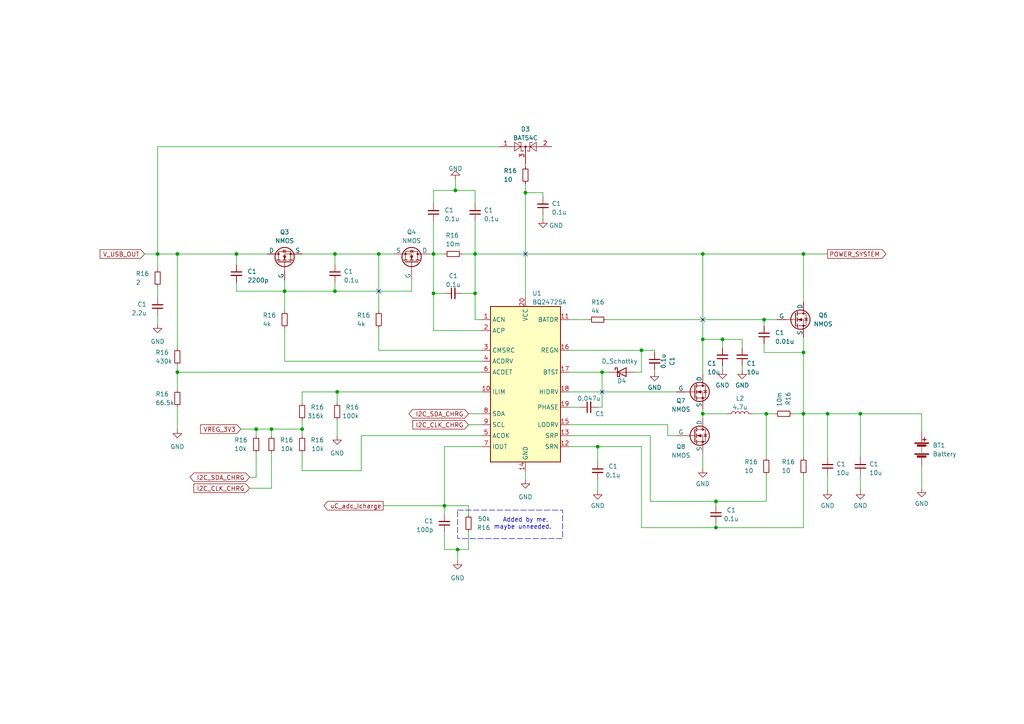
<source format=kicad_sch>
(kicad_sch (version 20230121) (generator eeschema)
  (paper "A4")
  (lib_symbols
    (symbol "Device:Battery" (pin_numbers hide) (pin_names (offset 0) hide)
      (property "Reference" "BT" (at 2.54 2.54 0))
      (property "Value" "Battery" (at 2.54 0 0))
      (symbol "Battery_0_1"
        (rectangle (start -2.032 -1.397) (end 2.032 -1.651) (fill (type outline)))
        (rectangle (start -2.032 1.778) (end 2.032 1.524) (fill (type outline)))
        (rectangle (start -1.3208 -1.9812) (end 1.27 -2.4892) (fill (type outline)))
        (rectangle (start -1.3208 1.1938) (end 1.27 0.6858) (fill (type outline)))
        (polyline (pts (xy 0 -1.524) (xy 0 -1.27)))
        (polyline (pts (xy 0 -1.016) (xy 0 -0.762)))
        (polyline (pts (xy 0 -0.508) (xy 0 -0.254)))
        (polyline (pts (xy 0 0) (xy 0 0.254)))
        (polyline (pts (xy 0 0.508) (xy 0 0.762)))
        (polyline (pts (xy 0 1.778) (xy 0 2.54)))
        (polyline (pts (xy 0.254 2.667) (xy 1.27 2.667)) (stroke (width 0.254)))
        (polyline (pts (xy 0.762 3.175) (xy 0.762 2.159)) (stroke (width 0.254)))
      )
      (symbol "Battery_1_1"
        (pin passive line (at 0 5.08 270) (length 2.54) (name "+") (number "1"))
        (pin passive line (at 0 -5.08 90) (length 2.54) (name "-") (number "2"))
      )
    )
    (symbol "Device:C_Small" (pin_numbers hide) (pin_names (offset 0.254) hide)
      (property "Reference" "C" (at 0.254 1.778 0))
      (property "Value" "C_Small" (at 0.254 -2.032 0))
      (symbol "C_Small_0_1"
        (polyline (pts (xy -1.524 -0.508) (xy 1.524 -0.508)) (stroke (width 0.3302)))
        (polyline (pts (xy -1.524 0.508) (xy 1.524 0.508)) (stroke (width 0.3048)))
      )
      (symbol "C_Small_1_1"
        (pin passive line (at 0 2.54 270) (length 2.032) (name "~") (number "1"))
        (pin passive line (at 0 -2.54 90) (length 2.032) (name "~") (number "2"))
      )
    )
    (symbol "Device:D_Schottky" (pin_numbers hide) (pin_names (offset 1.016) hide)
      (property "Reference" "D" (at 0 2.54 0))
      (property "Value" "D_Schottky" (at 0 -2.54 0))
      (symbol "D_Schottky_0_1"
        (polyline (pts (xy 1.27 0) (xy -1.27 0)))
        (polyline (pts (xy 1.27 1.27) (xy 1.27 -1.27) (xy -1.27 0) (xy 1.27 1.27)) (stroke (width 0.254)))
        (polyline (pts (xy -1.905 0.635) (xy -1.905 1.27) (xy -1.27 1.27) (xy -1.27 -1.27) (xy -0.635 -1.27) (xy -0.635 -0.635)) (stroke (width 0.254)))
      )
      (symbol "D_Schottky_1_1"
        (pin passive line (at -3.81 0 0) (length 2.54) (name "K") (number "1"))
        (pin passive line (at 3.81 0 180) (length 2.54) (name "A") (number "2"))
      )
    )
    (symbol "Device:L" (pin_numbers hide) (pin_names (offset 1.016) hide)
      (property "Reference" "L" (at -1.27 0 90))
      (property "Value" "L" (at 1.905 0 90))
      (symbol "L_0_1"
        (arc (start 0 -2.54) (mid 0.6323 -1.905) (end 0 -1.27))
        (arc (start 0 -1.27) (mid 0.6323 -0.635) (end 0 0))
        (arc (start 0 0) (mid 0.6323 0.635) (end 0 1.27))
        (arc (start 0 1.27) (mid 0.6323 1.905) (end 0 2.54))
      )
      (symbol "L_1_1"
        (pin passive line (at 0 3.81 270) (length 1.27) (name "1") (number "1"))
        (pin passive line (at 0 -3.81 90) (length 1.27) (name "2") (number "2"))
      )
    )
    (symbol "Device:R_Small" (pin_numbers hide) (pin_names (offset 0.254) hide)
      (property "Reference" "R" (at 0.762 0.508 0))
      (property "Value" "R_Small" (at 0.762 -1.016 0))
      (symbol "R_Small_0_1"
        (rectangle (start -0.762 1.778) (end 0.762 -1.778) (stroke (width 0.2032)))
      )
      (symbol "R_Small_1_1"
        (pin passive line (at 0 2.54 270) (length 0.762) (name "~") (number "1"))
        (pin passive line (at 0 -2.54 90) (length 0.762) (name "~") (number "2"))
      )
    )
    (symbol "Diode:BAT54C" (pin_names (offset 1.016))
      (property "Reference" "D" (at 0.635 -3.81 0))
      (property "Value" "BAT54C" (at -6.35 3.175 0))
      (symbol "BAT54C_0_1"
        (polyline (pts (xy -1.905 0) (xy 1.905 0)))
        (polyline (pts (xy -1.905 1.27) (xy -1.905 1.016)))
        (polyline (pts (xy -1.27 -1.27) (xy -0.635 -1.27)))
        (polyline (pts (xy -1.27 0) (xy -3.81 0)))
        (polyline (pts (xy -1.27 1.27) (xy -1.905 1.27)))
        (polyline (pts (xy -1.27 1.27) (xy -1.27 -1.27)))
        (polyline (pts (xy -0.635 -1.27) (xy -0.635 -1.016)))
        (polyline (pts (xy 0.635 -1.27) (xy 0.635 -1.016)))
        (polyline (pts (xy 1.27 -1.27) (xy 0.635 -1.27)))
        (polyline (pts (xy 1.27 1.27) (xy 1.27 -1.27)))
        (polyline (pts (xy 1.27 1.27) (xy 1.905 1.27)))
        (polyline (pts (xy 1.905 1.27) (xy 1.905 1.016)))
        (polyline (pts (xy 3.81 0) (xy 1.27 0)))
        (polyline (pts (xy -3.175 -1.27) (xy -3.175 1.27) (xy -1.27 0) (xy -3.175 -1.27)))
        (polyline (pts (xy 3.175 -1.27) (xy 3.175 1.27) (xy 1.27 0) (xy 3.175 -1.27)))
        (circle (center 0 0) (radius 0.254) (fill (type outline)))
      )
      (symbol "BAT54C_1_1"
        (pin passive line (at -7.62 0 0) (length 3.81) (name "~") (number "1"))
        (pin passive line (at 7.62 0 180) (length 3.81) (name "~") (number "2"))
        (pin passive line (at 0 -5.08 90) (length 5.08) (name "~") (number "3"))
      )
    )
    (symbol "Simulation_SPICE:NMOS" (pin_numbers hide) (pin_names (offset 0))
      (property "Reference" "Q" (at 5.08 1.27 0))
      (property "Value" "NMOS" (at 5.08 -1.27 0))
      (symbol "NMOS_0_1"
        (polyline (pts (xy 0.254 0) (xy -2.54 0)))
        (polyline (pts (xy 0.254 1.905) (xy 0.254 -1.905)) (stroke (width 0.254)))
        (polyline (pts (xy 0.762 -1.27) (xy 0.762 -2.286)) (stroke (width 0.254)))
        (polyline (pts (xy 0.762 0.508) (xy 0.762 -0.508)) (stroke (width 0.254)))
        (polyline (pts (xy 0.762 2.286) (xy 0.762 1.27)) (stroke (width 0.254)))
        (polyline (pts (xy 2.54 2.54) (xy 2.54 1.778)))
        (polyline (pts (xy 2.54 -2.54) (xy 2.54 0) (xy 0.762 0)))
        (polyline (pts (xy 0.762 -1.778) (xy 3.302 -1.778) (xy 3.302 1.778) (xy 0.762 1.778)))
        (polyline (pts (xy 1.016 0) (xy 2.032 0.381) (xy 2.032 -0.381) (xy 1.016 0)) (fill (type outline)))
        (polyline (pts (xy 2.794 0.508) (xy 2.921 0.381) (xy 3.683 0.381) (xy 3.81 0.254)))
        (polyline (pts (xy 3.302 0.381) (xy 2.921 -0.254) (xy 3.683 -0.254) (xy 3.302 0.381)))
        (circle (center 1.651 0) (radius 2.794) (stroke (width 0.254)))
        (circle (center 2.54 -1.778) (radius 0.254) (fill (type outline)))
        (circle (center 2.54 1.778) (radius 0.254) (fill (type outline)))
      )
      (symbol "NMOS_1_1"
        (pin passive line (at 2.54 5.08 270) (length 2.54) (name "D") (number "1"))
        (pin input line (at -5.08 0 0) (length 2.54) (name "G") (number "2"))
        (pin passive line (at 2.54 -5.08 90) (length 2.54) (name "S") (number "3"))
      )
    )
    (symbol "TI_battery_management:BQ24725A"
      (property "Reference" "U" (at 5.08 -3.81 0))
      (property "Value" "BQ24725A" (at 9.525 -5.715 0))
      (symbol "BQ24725A_0_1"
        (rectangle (start -10.16 -7.62) (end 10.16 -52.705) (stroke (width 0.254)) (fill (type background)))
      )
      (symbol "BQ24725A_1_1"
        (pin input line (at -12.7 -11.43 0) (length 2.54) (name "ACN") (number "1"))
        (pin input line (at -12.7 -32.385 0) (length 2.54) (name "ILIM") (number "10"))
        (pin input line (at 12.7 -11.43 180) (length 2.54) (name "BATDR") (number "11"))
        (pin input line (at 12.7 -48.26 180) (length 2.54) (name "SRN") (number "12"))
        (pin input line (at 12.7 -45.085 180) (length 2.54) (name "SRP") (number "13"))
        (pin input line (at 0 -55.245 90) (length 2.54) (name "GND") (number "14"))
        (pin input line (at 12.7 -41.91 180) (length 2.54) (name "LODRV") (number "15"))
        (pin input line (at 12.7 -20.32 180) (length 2.54) (name "REGN") (number "16"))
        (pin input line (at 12.7 -26.67 180) (length 2.54) (name "BTST") (number "17"))
        (pin input line (at 12.7 -32.385 180) (length 2.54) (name "HIDRV") (number "18"))
        (pin input line (at 12.7 -36.83 180) (length 2.54) (name "PHASE") (number "19"))
        (pin input line (at -12.7 -14.605 0) (length 2.54) (name "ACP") (number "2"))
        (pin input line (at 0 -5.08 270) (length 2.54) (name "VCC") (number "20"))
        (pin passive line (at 0 -55.245 90) (length 2.54) hide (name "GND-PAD") (number "21"))
        (pin input line (at -12.7 -20.32 0) (length 2.54) (name "CMSRC") (number "3"))
        (pin input line (at -12.7 -23.495 0) (length 2.54) (name "ACDRV") (number "4"))
        (pin input line (at -12.7 -45.085 0) (length 2.54) (name "ACOK") (number "5"))
        (pin input line (at -12.7 -26.67 0) (length 2.54) (name "ACDET") (number "6"))
        (pin input line (at -12.7 -48.26 0) (length 2.54) (name "IOUT") (number "7"))
        (pin input line (at -12.7 -38.735 0) (length 2.54) (name "SDA") (number "8"))
        (pin input line (at -12.7 -41.91 0) (length 2.54) (name "SCL") (number "9"))
      )
    )
    (symbol "power:GND" (power) (pin_names (offset 0))
      (property "Value" "GND" (at 0 -3.81 0))
      (symbol "GND_0_1"
        (polyline (pts (xy 0 0) (xy 0 -1.27) (xy 1.27 -1.27) (xy 0 -2.54) (xy -1.27 -1.27) (xy 0 -1.27)))
      )
      (symbol "GND_1_1"
        (pin power_in line (at 0 0 270) (length 0) hide (name "GND") (number "1"))
      )
    )
  )
  (junction (at 240.03 120.015))
  (junction (at 51.435 73.66))
  (junction (at 203.835 120.015))
  (junction (at 233.045 73.66))
  (junction (at 221.615 92.71))
  (junction (at 132.08 55.245))
  (junction (at 174.625 107.95))
  (junction (at 186.055 101.6))
  (junction (at 203.835 98.425))
  (junction (at 233.045 102.235))
  (junction (at 209.55 98.425))
  (junction (at 128.905 146.685))
  (junction (at 97.155 73.66))
  (junction (at 222.25 120.015))
  (junction (at 82.55 84.455))
  (junction (at 97.155 84.455))
  (junction (at 152.4 55.88))
  (junction (at 132.715 159.385))
  (junction (at 125.73 85.09))
  (junction (at 87.63 124.46))
  (junction (at 78.74 124.46))
  (junction (at 68.58 73.66))
  (junction (at 203.835 73.66))
  (junction (at 249.555 120.015))
  (junction (at 207.645 145.415))
  (junction (at 51.435 107.95))
  (junction (at 233.045 120.015))
  (junction (at 109.855 73.66))
  (junction (at 45.72 73.66))
  (junction (at 207.645 153.035))
  (junction (at 125.73 73.66))
  (junction (at 137.795 85.09))
  (junction (at 74.295 124.46))
  (junction (at 97.79 113.665))
  (junction (at 173.355 129.54))
  (junction (at 137.795 73.66))
  (no_connect (at 109.855 84.455))
  (no_connect (at 152.4 73.66))
  (no_connect (at 174.625 113.665))
  (no_connect (at 203.835 92.71))
  (wire (pts (xy 45.72 91.44) (xy 45.72 93.98)))
  (wire (pts (xy 137.795 64.135) (xy 137.795 73.66)))
  (wire (pts (xy 152.4 136.525) (xy 152.4 139.065)))
  (wire (pts (xy 224.79 120.015) (xy 222.25 120.015)))
  (wire (pts (xy 174.625 107.95) (xy 176.53 107.95)))
  (wire (pts (xy 87.63 136.525) (xy 87.63 131.445)))
  (wire (pts (xy 82.55 95.25) (xy 82.55 104.775)))
  (wire (pts (xy 233.045 153.035) (xy 233.045 137.795)))
  (wire (pts (xy 137.795 73.66) (xy 133.985 73.66)))
  (wire (pts (xy 175.895 92.71) (xy 221.615 92.71)))
  (wire (pts (xy 137.795 92.71) (xy 137.795 85.09)))
  (wire (pts (xy 97.155 73.66) (xy 109.855 73.66)))
  (wire (pts (xy 139.7 129.54) (xy 128.905 129.54)))
  (wire (pts (xy 240.03 137.795) (xy 240.03 142.24)))
  (wire (pts (xy 135.89 123.19) (xy 139.7 123.19)))
  (wire (pts (xy 203.835 73.66) (xy 233.045 73.66)))
  (wire (pts (xy 97.79 113.665) (xy 97.79 116.84)))
  (wire (pts (xy 68.58 73.66) (xy 68.58 76.835)))
  (wire (pts (xy 87.63 73.66) (xy 97.155 73.66)))
  (wire (pts (xy 165.1 113.665) (xy 196.215 113.665)))
  (wire (pts (xy 215.265 98.425) (xy 209.55 98.425)))
  (wire (pts (xy 97.155 81.915) (xy 97.155 84.455)))
  (wire (pts (xy 135.89 154.305) (xy 135.89 159.385)))
  (wire (pts (xy 132.08 52.07) (xy 132.08 55.245)))
  (wire (pts (xy 125.73 55.245) (xy 132.08 55.245)))
  (wire (pts (xy 97.79 113.665) (xy 139.7 113.665)))
  (wire (pts (xy 173.355 118.11) (xy 174.625 118.11)))
  (wire (pts (xy 157.48 57.15) (xy 157.48 55.88)))
  (wire (pts (xy 133.985 85.09) (xy 137.795 85.09)))
  (wire (pts (xy 41.91 73.66) (xy 45.72 73.66)))
  (wire (pts (xy 221.615 99.695) (xy 221.615 102.235)))
  (wire (pts (xy 225.425 92.71) (xy 221.615 92.71)))
  (wire (pts (xy 128.905 146.685) (xy 128.905 149.225)))
  (wire (pts (xy 184.15 107.95) (xy 186.055 107.95)))
  (wire (pts (xy 128.905 154.305) (xy 128.905 159.385)))
  (wire (pts (xy 125.73 73.66) (xy 124.46 73.66)))
  (wire (pts (xy 267.335 141.605) (xy 267.335 135.255)))
  (wire (pts (xy 207.645 145.415) (xy 188.595 145.415)))
  (wire (pts (xy 173.355 142.24) (xy 173.355 139.065)))
  (wire (pts (xy 132.08 55.245) (xy 137.795 55.245)))
  (wire (pts (xy 186.055 129.54) (xy 186.055 153.035)))
  (wire (pts (xy 69.85 124.46) (xy 74.295 124.46)))
  (wire (pts (xy 137.795 73.66) (xy 203.835 73.66)))
  (wire (pts (xy 128.905 146.685) (xy 111.125 146.685)))
  (wire (pts (xy 137.795 55.245) (xy 137.795 59.055)))
  (wire (pts (xy 173.355 133.985) (xy 173.355 129.54)))
  (wire (pts (xy 125.73 85.09) (xy 125.73 95.885)))
  (wire (pts (xy 233.045 102.235) (xy 233.045 97.79)))
  (wire (pts (xy 240.03 120.015) (xy 240.03 132.715)))
  (wire (pts (xy 74.295 124.46) (xy 74.295 126.365)))
  (wire (pts (xy 132.715 159.385) (xy 132.715 162.56)))
  (wire (pts (xy 249.555 120.015) (xy 267.335 120.015)))
  (wire (pts (xy 240.03 120.015) (xy 249.555 120.015)))
  (wire (pts (xy 188.595 126.365) (xy 165.1 126.365)))
  (wire (pts (xy 137.795 85.09) (xy 137.795 73.66)))
  (wire (pts (xy 97.79 121.92) (xy 97.79 126.365)))
  (wire (pts (xy 72.39 141.605) (xy 78.74 141.605)))
  (wire (pts (xy 215.265 100.965) (xy 215.265 98.425)))
  (wire (pts (xy 233.045 132.715) (xy 233.045 120.015)))
  (wire (pts (xy 165.1 123.19) (xy 193.675 123.19)))
  (wire (pts (xy 51.435 107.95) (xy 139.7 107.95)))
  (wire (pts (xy 203.835 118.745) (xy 203.835 120.015)))
  (wire (pts (xy 152.4 47.625) (xy 152.4 48.26)))
  (wire (pts (xy 82.55 84.455) (xy 97.155 84.455)))
  (wire (pts (xy 165.1 92.71) (xy 170.815 92.71)))
  (wire (pts (xy 221.615 92.71) (xy 221.615 94.615)))
  (wire (pts (xy 119.38 84.455) (xy 119.38 81.28)))
  (wire (pts (xy 139.7 126.365) (xy 104.775 126.365)))
  (wire (pts (xy 125.73 73.66) (xy 125.73 85.09)))
  (wire (pts (xy 233.045 102.235) (xy 233.045 120.015)))
  (wire (pts (xy 189.865 102.235) (xy 189.865 101.6)))
  (wire (pts (xy 157.48 55.88) (xy 152.4 55.88)))
  (wire (pts (xy 104.775 126.365) (xy 104.775 136.525)))
  (wire (pts (xy 74.295 138.43) (xy 74.295 131.445)))
  (wire (pts (xy 125.73 64.135) (xy 125.73 73.66)))
  (wire (pts (xy 209.55 98.425) (xy 203.835 98.425)))
  (wire (pts (xy 207.645 153.035) (xy 233.045 153.035)))
  (wire (pts (xy 87.63 126.365) (xy 87.63 124.46)))
  (wire (pts (xy 109.855 101.6) (xy 109.855 95.25)))
  (wire (pts (xy 68.58 84.455) (xy 82.55 84.455)))
  (wire (pts (xy 128.905 73.66) (xy 125.73 73.66)))
  (wire (pts (xy 97.155 73.66) (xy 97.155 76.835)))
  (wire (pts (xy 51.435 73.66) (xy 51.435 100.965)))
  (wire (pts (xy 78.74 124.46) (xy 87.63 124.46)))
  (wire (pts (xy 233.045 73.66) (xy 233.045 87.63)))
  (wire (pts (xy 186.055 107.95) (xy 186.055 101.6)))
  (wire (pts (xy 233.045 120.015) (xy 240.03 120.015)))
  (wire (pts (xy 74.295 124.46) (xy 78.74 124.46)))
  (wire (pts (xy 45.72 42.545) (xy 45.72 73.66)))
  (wire (pts (xy 87.63 113.665) (xy 97.79 113.665)))
  (wire (pts (xy 109.855 73.66) (xy 114.3 73.66)))
  (wire (pts (xy 87.63 124.46) (xy 87.63 121.92)))
  (wire (pts (xy 186.055 101.6) (xy 189.865 101.6)))
  (wire (pts (xy 82.55 81.28) (xy 82.55 84.455)))
  (wire (pts (xy 215.265 107.315) (xy 215.265 106.045)))
  (wire (pts (xy 209.55 100.965) (xy 209.55 98.425)))
  (wire (pts (xy 125.73 59.055) (xy 125.73 55.245)))
  (wire (pts (xy 207.645 145.415) (xy 207.645 146.685)))
  (wire (pts (xy 209.55 106.045) (xy 209.55 107.315)))
  (wire (pts (xy 174.625 118.11) (xy 174.625 107.95)))
  (wire (pts (xy 78.74 141.605) (xy 78.74 131.445)))
  (wire (pts (xy 135.89 146.685) (xy 135.89 149.225)))
  (wire (pts (xy 222.25 137.795) (xy 222.25 145.415)))
  (wire (pts (xy 51.435 73.66) (xy 68.58 73.66)))
  (wire (pts (xy 51.435 107.95) (xy 51.435 113.03)))
  (wire (pts (xy 203.835 98.425) (xy 203.835 108.585)))
  (wire (pts (xy 97.155 84.455) (xy 119.38 84.455)))
  (wire (pts (xy 207.645 151.765) (xy 207.645 153.035)))
  (wire (pts (xy 222.25 120.015) (xy 222.25 132.715)))
  (wire (pts (xy 173.355 129.54) (xy 186.055 129.54)))
  (wire (pts (xy 78.74 124.46) (xy 78.74 126.365)))
  (wire (pts (xy 72.39 138.43) (xy 74.295 138.43)))
  (wire (pts (xy 135.89 120.015) (xy 139.7 120.015)))
  (wire (pts (xy 109.855 90.17) (xy 109.855 73.66)))
  (wire (pts (xy 165.1 101.6) (xy 186.055 101.6)))
  (wire (pts (xy 165.1 129.54) (xy 173.355 129.54)))
  (wire (pts (xy 193.675 126.365) (xy 196.215 126.365)))
  (wire (pts (xy 233.045 73.66) (xy 240.03 73.66)))
  (wire (pts (xy 249.555 132.715) (xy 249.555 120.015)))
  (wire (pts (xy 152.4 53.34) (xy 152.4 55.88)))
  (wire (pts (xy 193.675 123.19) (xy 193.675 126.365)))
  (wire (pts (xy 132.715 159.385) (xy 128.905 159.385)))
  (wire (pts (xy 221.615 102.235) (xy 233.045 102.235)))
  (wire (pts (xy 189.865 107.315) (xy 189.865 107.95)))
  (wire (pts (xy 82.55 84.455) (xy 82.55 90.17)))
  (wire (pts (xy 203.835 131.445) (xy 203.835 135.89)))
  (wire (pts (xy 188.595 145.415) (xy 188.595 126.365)))
  (wire (pts (xy 152.4 55.88) (xy 152.4 86.36)))
  (wire (pts (xy 128.905 146.685) (xy 135.89 146.685)))
  (wire (pts (xy 139.7 101.6) (xy 109.855 101.6)))
  (wire (pts (xy 139.7 92.71) (xy 137.795 92.71)))
  (wire (pts (xy 203.835 73.66) (xy 203.835 98.425)))
  (wire (pts (xy 165.1 107.95) (xy 174.625 107.95)))
  (wire (pts (xy 144.78 42.545) (xy 45.72 42.545)))
  (wire (pts (xy 125.73 85.09) (xy 128.905 85.09)))
  (wire (pts (xy 68.58 73.66) (xy 77.47 73.66)))
  (wire (pts (xy 249.555 142.24) (xy 249.555 137.795)))
  (wire (pts (xy 132.715 159.385) (xy 135.89 159.385)))
  (wire (pts (xy 45.72 73.66) (xy 51.435 73.66)))
  (wire (pts (xy 165.1 118.11) (xy 168.275 118.11)))
  (wire (pts (xy 128.905 129.54) (xy 128.905 146.685)))
  (wire (pts (xy 51.435 106.045) (xy 51.435 107.95)))
  (wire (pts (xy 68.58 81.915) (xy 68.58 84.455)))
  (wire (pts (xy 51.435 118.11) (xy 51.435 124.46)))
  (wire (pts (xy 82.55 104.775) (xy 139.7 104.775)))
  (wire (pts (xy 186.055 153.035) (xy 207.645 153.035)))
  (wire (pts (xy 203.835 120.015) (xy 203.835 121.285)))
  (wire (pts (xy 222.25 145.415) (xy 207.645 145.415)))
  (wire (pts (xy 125.73 95.885) (xy 139.7 95.885)))
  (wire (pts (xy 267.335 125.095) (xy 267.335 120.015)))
  (wire (pts (xy 157.48 63.5) (xy 157.48 62.23)))
  (wire (pts (xy 104.775 136.525) (xy 87.63 136.525)))
  (wire (pts (xy 233.045 120.015) (xy 229.87 120.015)))
  (wire (pts (xy 87.63 116.84) (xy 87.63 113.665)))
  (wire (pts (xy 45.72 73.66) (xy 45.72 78.105)))
  (wire (pts (xy 45.72 83.185) (xy 45.72 86.36)))
  (wire (pts (xy 203.835 120.015) (xy 210.82 120.015)))
  (wire (pts (xy 218.44 120.015) (xy 222.25 120.015)))
  (rectangle (start 132.715 147.955) (end 163.195 156.21) (stroke (width 0) (type dash)))
  (text "Added by me, \nmaybe unneeded." (at 160.02 153.67 0) (effects (font (size 1.27 1.27)) (justify right bottom)))
  (global_label "I2C_SDA_CHRG" (shape bidirectional) (at 135.89 120.015 180) (property "Intersheetrefs" "${INTERSHEET_REFS}" (effects hide)))
  (global_label "I2C_CLK_CHRG" (shape input) (at 135.89 123.19 180) (property "Intersheetrefs" "${INTERSHEET_REFS}" (effects hide)))
  (global_label "VREG_3V3" (shape input) (at 69.85 124.46 180) (property "Intersheetrefs" "${INTERSHEET_REFS}" (effects hide)))
  (global_label "uC_adc_Icharge" (shape output) (at 111.125 146.685 180) (property "Intersheetrefs" "${INTERSHEET_REFS}" (effects hide)))
  (global_label "I2C_SDA_CHRG" (shape bidirectional) (at 72.39 138.43 180) (property "Intersheetrefs" "${INTERSHEET_REFS}" (effects hide)))
  (global_label "V_USB_OUT" (shape input) (at 41.91 73.66 180) (property "Intersheetrefs" "${INTERSHEET_REFS}" (effects hide)))
  (global_label "I2C_CLK_CHRG" (shape input) (at 72.39 141.605 180) (property "Intersheetrefs" "${INTERSHEET_REFS}" (effects hide)))
  (global_label "POWER_SYSTEM" (shape output) (at 240.03 73.66 0) (property "Intersheetrefs" "${INTERSHEET_REFS}" (effects hide)))
  (symbol (lib_id "Device:C_Small") (at 173.355 136.525 0) (unit 1)
    (property "Reference" "C1" (at 177.8 135.255 0))
    (property "Value" "0.1u" (at 177.8 137.795 0))
    (property "Footprint" "Capacitor_SMD:C_0805_2012Metric_Pad1.18x1.45mm_HandSolder" (effects hide))
    (instances (project "battery_charging_devboard" (path "" (reference "C1") (unit 1)) (path "" (reference "C22") (unit 1))))
  )
  (symbol (lib_id "Device:C_Small") (at 131.445 85.09 90) (unit 1)
    (property "Reference" "C1" (at 131.4513 80.01 90))
    (property "Value" "0.1u" (at 131.4513 82.55 90))
    (property "Footprint" "Capacitor_SMD:C_0805_2012Metric_Pad1.18x1.45mm_HandSolder" (effects hide))
    (instances (project "battery_charging_devboard" (path "" (reference "C1") (unit 1)) (path "" (reference "C11") (unit 1))))
  )
  (symbol (lib_id "Device:R_Small") (at 131.445 73.66 270) (unit 1)
    (property "Reference" "R16" (at 129.2225 68.2625 90) (effects (justify left)))
    (property "Value" "10m" (at 129.2225 70.8025 90) (effects (justify left)))
    (property "Footprint" "Resistor_SMD:R_0805_2012Metric_Pad1.20x1.40mm_HandSolder" (effects hide))
    (instances (project "battery_charging_devboard" (path "" (reference "R16") (unit 1)) (path "" (reference "R24") (unit 1))))
  )
  (symbol (lib_id "Device:R_Small") (at 87.63 128.905 0) (mirror y) (unit 1)
    (property "Reference" "R16" (at 93.98 127.635 0) (effects (justify left)))
    (property "Value" "10k" (at 93.98 130.175 0) (effects (justify left)))
    (property "Footprint" "Resistor_SMD:R_0805_2012Metric_Pad1.20x1.40mm_HandSolder" (effects hide))
    (instances (project "battery_charging_devboard" (path "" (reference "R16") (unit 1)) (path "" (reference "R28") (unit 1))))
  )
  (symbol (lib_id "power:GND") (at 215.265 107.315 0) (unit 1)
    (property "Reference" "#PWR026" (effects hide))
    (property "Value" "GND" (at 215.265 111.76 0))
  )
  (symbol (lib_id "Device:C_Small") (at 207.645 149.225 0) (unit 1)
    (property "Reference" "C1" (at 212.09 147.955 0))
    (property "Value" "0.1u" (at 212.09 150.495 0))
    (property "Footprint" "Capacitor_SMD:C_0805_2012Metric_Pad1.18x1.45mm_HandSolder" (effects hide))
    (instances (project "battery_charging_devboard" (path "" (reference "C1") (unit 1)) (path "" (reference "C19") (unit 1))))
  )
  (symbol (lib_id "power:GND") (at 189.865 107.95 0) (unit 1)
    (property "Reference" "#PWR020" (effects hide))
    (property "Value" "GND" (at 189.865 112.395 0))
  )
  (symbol (lib_id "TI_battery_management:BQ24725A") (at 152.4 81.28 0) (unit 1)
    (property "Reference" "U1" (at 154.3559 85.09 0) (effects (justify left)))
    (property "Value" "BQ24725A" (at 154.3559 87.63 0) (effects (justify left)))
    (property "Footprint" "Package_DFN_QFN:Texas_S-PVQFN-N20_EP2.4x2.4mm" (effects hide))
    (property "Datasheet" "https://www.ti.com/lit/ds/symlink/bq24725a.pdf?HQS=dis-mous-null-mousermode-dsf-pf-null-wwe&ts=1696086489420&ref_url=https%253A%252F%252Fwww.mouser.co.uk%252F" (effects hide))
    (property "Vendor" "https://www.mouser.com/ProductDetail/Texas-Instruments/BQ24725ARGRR?qs=wqKrPCMdR%252BaY3f%2FZIDhYvQ%3D%3D" (effects hide))
    (property "Price" "2.9" (effects hide))
  )
  (symbol (lib_id "Device:R_Small") (at 227.33 120.015 270) (unit 1)
    (property "Reference" "R16" (at 228.6 113.665 0) (effects (justify left)))
    (property "Value" "10m" (at 226.06 113.665 0) (effects (justify left)))
    (property "Footprint" "Resistor_SMD:R_0805_2012Metric_Pad1.20x1.40mm_HandSolder" (effects hide))
    (instances (project "battery_charging_devboard" (path "" (reference "R16") (unit 1)) (path "" (reference "R34") (unit 1))))
  )
  (symbol (lib_id "Device:D_Schottky") (at 180.34 107.95 0) (unit 1)
    (property "Reference" "D4" (at 180.34 110.49 0))
    (property "Value" "D_Schottky" (at 179.705 104.775 0))
  )
  (symbol (lib_id "Device:R_Small") (at 45.72 80.645 0) (unit 1)
    (property "Reference" "R16" (at 39.37 79.375 0) (effects (justify left)))
    (property "Value" "2" (at 39.37 81.915 0) (effects (justify left)))
    (property "Footprint" "Resistor_SMD:R_0805_2012Metric_Pad1.20x1.40mm_HandSolder" (effects hide))
    (instances (project "battery_charging_devboard" (path "" (reference "R16") (unit 1)) (path "" (reference "R25") (unit 1))))
  )
  (symbol (lib_id "power:GND") (at 249.555 142.24 0) (unit 1)
    (property "Reference" "#PWR023" (effects hide))
    (property "Value" "GND" (at 249.555 146.685 0))
  )
  (symbol (lib_id "power:GND") (at 97.79 126.365 0) (unit 1)
    (property "Reference" "#PWR016" (effects hide))
    (property "Value" "GND" (at 97.79 131.445 0))
  )
  (symbol (lib_id "Device:C_Small") (at 249.555 135.255 180) (unit 1)
    (property "Reference" "C1" (at 252.095 134.6136 0) (effects (justify right)))
    (property "Value" "10u" (at 252.095 137.1536 0) (effects (justify right)))
    (property "Footprint" "Capacitor_SMD:C_0805_2012Metric_Pad1.18x1.45mm_HandSolder" (effects hide))
    (instances (project "battery_charging_devboard" (path "" (reference "C1") (unit 1)) (path "" (reference "C21") (unit 1))))
  )
  (symbol (lib_id "Simulation_SPICE:NMOS") (at 230.505 92.71 0) (unit 1)
    (property "Reference" "Q6" (at 238.76 91.44 0))
    (property "Value" "NMOS" (at 238.76 93.98 0))
    (property "Datasheet" "https://ngspice.sourceforge.io/docs/ngspice-manual.pdf" (effects hide))
    (property "Sim.Device" "NMOS" (effects hide))
    (property "Sim.Type" "VDMOS" (effects hide))
    (property "Sim.Pins" "1=D 2=G 3=S" (effects hide))
  )
  (symbol (lib_id "Device:C_Small") (at 157.48 59.69 180) (unit 1)
    (property "Reference" "C1" (at 160.02 59.0486 0) (effects (justify right)))
    (property "Value" "0.1u" (at 160.02 61.5886 0) (effects (justify right)))
    (property "Footprint" "Capacitor_SMD:C_0805_2012Metric_Pad1.18x1.45mm_HandSolder" (effects hide))
    (instances (project "battery_charging_devboard" (path "" (reference "C1") (unit 1)) (path "" (reference "C15") (unit 1))))
  )
  (symbol (lib_id "Device:R_Small") (at 74.295 128.905 0) (unit 1)
    (property "Reference" "R16" (at 67.945 127.635 0) (effects (justify left)))
    (property "Value" "10k" (at 67.945 130.175 0) (effects (justify left)))
    (property "Footprint" "Resistor_SMD:R_0805_2012Metric_Pad1.20x1.40mm_HandSolder" (effects hide))
    (instances (project "battery_charging_devboard" (path "" (reference "R16") (unit 1)) (path "" (reference "R30") (unit 1))))
  )
  (symbol (lib_id "Device:R_Small") (at 82.55 92.71 0) (unit 1)
    (property "Reference" "R16" (at 76.2 91.44 0) (effects (justify left)))
    (property "Value" "4k" (at 76.2 93.98 0) (effects (justify left)))
    (property "Footprint" "Resistor_SMD:R_0805_2012Metric_Pad1.20x1.40mm_HandSolder" (effects hide))
    (instances (project "battery_charging_devboard" (path "" (reference "R16") (unit 1)) (path "" (reference "R20") (unit 1))))
  )
  (symbol (lib_id "Device:R_Small") (at 222.25 135.255 0) (unit 1)
    (property "Reference" "R16" (at 215.9 133.985 0) (effects (justify left)))
    (property "Value" "10" (at 215.9 136.525 0) (effects (justify left)))
    (property "Footprint" "Resistor_SMD:R_0805_2012Metric_Pad1.20x1.40mm_HandSolder" (effects hide))
    (instances (project "battery_charging_devboard" (path "" (reference "R16") (unit 1)) (path "" (reference "R35") (unit 1))))
  )
  (symbol (lib_id "Simulation_SPICE:NMOS") (at 119.38 76.2 270) (mirror x) (unit 1)
    (property "Reference" "Q4" (at 119.38 67.31 90))
    (property "Value" "NMOS" (at 119.38 69.85 90))
    (property "Datasheet" "https://ngspice.sourceforge.io/docs/ngspice-manual.pdf" (effects hide))
    (property "Sim.Device" "NMOS" (effects hide))
    (property "Sim.Type" "VDMOS" (effects hide))
    (property "Sim.Pins" "1=D 2=G 3=S" (effects hide))
  )
  (symbol (lib_id "Simulation_SPICE:NMOS") (at 82.55 76.2 90) (unit 1)
    (property "Reference" "Q3" (at 82.55 67.31 90))
    (property "Value" "NMOS" (at 82.55 69.85 90))
    (property "Datasheet" "https://ngspice.sourceforge.io/docs/ngspice-manual.pdf" (effects hide))
    (property "Sim.Device" "NMOS" (effects hide))
    (property "Sim.Type" "VDMOS" (effects hide))
    (property "Sim.Pins" "1=D 2=G 3=S" (effects hide))
  )
  (symbol (lib_id "Device:C_Small") (at 189.865 104.775 0) (unit 1)
    (property "Reference" "C1" (at 194.945 104.7813 90))
    (property "Value" "0.1u" (at 192.405 104.7813 90))
    (property "Footprint" "Capacitor_SMD:C_0805_2012Metric_Pad1.18x1.45mm_HandSolder" (effects hide))
    (instances (project "battery_charging_devboard" (path "" (reference "C1") (unit 1)) (path "" (reference "C17") (unit 1))))
  )
  (symbol (lib_id "Diode:BAT54C") (at 152.4 42.545 0) (unit 1)
    (property "Reference" "D3" (at 152.4 37.465 0))
    (property "Value" "BAT54C" (at 152.4 40.005 0))
    (property "Footprint" "Package_TO_SOT_SMD:SOT-23" (effects hide))
    (property "Datasheet" "http://www.diodes.com/_files/datasheets/ds11005.pdf" (effects hide))
  )
  (symbol (lib_id "Device:C_Small") (at 209.55 103.505 180) (unit 1)
    (property "Reference" "C1" (at 205.105 105.41 0) (effects (justify right)))
    (property "Value" "10u" (at 205.105 107.95 0) (effects (justify right)))
    (property "Footprint" "Capacitor_SMD:C_0805_2012Metric_Pad1.18x1.45mm_HandSolder" (effects hide))
    (instances (project "battery_charging_devboard" (path "" (reference "C1") (unit 1)) (path "" (reference "C23") (unit 1))))
  )
  (symbol (lib_id "Device:C_Small") (at 221.615 97.155 180) (unit 1)
    (property "Reference" "C1" (at 224.79 96.5136 0) (effects (justify right)))
    (property "Value" "0.01u" (at 224.79 99.0536 0) (effects (justify right)))
    (property "Footprint" "Capacitor_SMD:C_0805_2012Metric_Pad1.18x1.45mm_HandSolder" (effects hide))
    (instances (project "battery_charging_devboard" (path "" (reference "C1") (unit 1)) (path "" (reference "C16") (unit 1))))
  )
  (symbol (lib_id "Device:C_Small") (at 128.905 151.765 0) (mirror x) (unit 1)
    (property "Reference" "C1" (at 125.73 151.1236 0) (effects (justify right)))
    (property "Value" "100p" (at 125.73 153.6636 0) (effects (justify right)))
    (property "Footprint" "Capacitor_SMD:C_0805_2012Metric_Pad1.18x1.45mm_HandSolder" (effects hide))
    (instances (project "battery_charging_devboard" (path "" (reference "C1") (unit 1)) (path "" (reference "C8") (unit 1))))
  )
  (symbol (lib_id "Device:R_Small") (at 51.435 115.57 0) (unit 1)
    (property "Reference" "R16" (at 45.085 114.3 0) (effects (justify left)))
    (property "Value" "66.5k" (at 45.085 116.84 0) (effects (justify left)))
    (property "Footprint" "Resistor_SMD:R_0805_2012Metric_Pad1.20x1.40mm_HandSolder" (effects hide))
    (instances (project "battery_charging_devboard" (path "" (reference "R16") (unit 1)) (path "" (reference "R23") (unit 1))))
  )
  (symbol (lib_id "Device:C_Small") (at 215.265 103.505 180) (unit 1)
    (property "Reference" "C1" (at 216.535 105.41 0) (effects (justify right)))
    (property "Value" "10u" (at 216.535 107.95 0) (effects (justify right)))
    (property "Footprint" "Capacitor_SMD:C_0805_2012Metric_Pad1.18x1.45mm_HandSolder" (effects hide))
    (instances (project "battery_charging_devboard" (path "" (reference "C1") (unit 1)) (path "" (reference "C24") (unit 1))))
  )
  (symbol (lib_id "Device:C_Small") (at 125.73 61.595 180) (unit 1)
    (property "Reference" "C1" (at 128.905 60.9536 0) (effects (justify right)))
    (property "Value" "0.1u" (at 128.905 63.4936 0) (effects (justify right)))
    (property "Footprint" "Capacitor_SMD:C_0805_2012Metric_Pad1.18x1.45mm_HandSolder" (effects hide))
    (instances (project "battery_charging_devboard" (path "" (reference "C1") (unit 1)) (path "" (reference "C12") (unit 1))))
  )
  (symbol (lib_id "Device:C_Small") (at 240.03 135.255 180) (unit 1)
    (property "Reference" "C1" (at 242.57 134.6136 0) (effects (justify right)))
    (property "Value" "10u" (at 242.57 137.1536 0) (effects (justify right)))
    (property "Footprint" "Capacitor_SMD:C_0805_2012Metric_Pad1.18x1.45mm_HandSolder" (effects hide))
    (instances (project "battery_charging_devboard" (path "" (reference "C1") (unit 1)) (path "" (reference "C20") (unit 1))))
  )
  (symbol (lib_id "power:GND") (at 173.355 142.24 0) (unit 1)
    (property "Reference" "#PWR024" (effects hide))
    (property "Value" "GND" (at 173.355 146.685 0))
  )
  (symbol (lib_id "power:GND") (at 209.55 107.315 0) (unit 1)
    (property "Reference" "#PWR025" (effects hide))
    (property "Value" "GND" (at 209.55 111.76 0))
  )
  (symbol (lib_id "Simulation_SPICE:NMOS") (at 201.295 113.665 0) (unit 1)
    (property "Reference" "Q7" (at 197.485 116.205 0))
    (property "Value" "NMOS" (at 197.485 118.745 0))
    (property "Datasheet" "https://ngspice.sourceforge.io/docs/ngspice-manual.pdf" (effects hide))
    (property "Sim.Device" "NMOS" (effects hide))
    (property "Sim.Type" "VDMOS" (effects hide))
    (property "Sim.Pins" "1=D 2=G 3=S" (effects hide))
  )
  (symbol (lib_id "power:GND") (at 51.435 124.46 0) (unit 1)
    (property "Reference" "#PWR013" (effects hide))
    (property "Value" "GND" (at 51.435 129.54 0))
  )
  (symbol (lib_id "Device:R_Small") (at 109.855 92.71 0) (unit 1)
    (property "Reference" "R16" (at 103.505 91.44 0) (effects (justify left)))
    (property "Value" "4k" (at 103.505 93.98 0) (effects (justify left)))
    (property "Footprint" "Resistor_SMD:R_0805_2012Metric_Pad1.20x1.40mm_HandSolder" (effects hide))
    (instances (project "battery_charging_devboard" (path "" (reference "R16") (unit 1)) (path "" (reference "R21") (unit 1))))
  )
  (symbol (lib_id "Device:R_Small") (at 173.355 92.71 270) (unit 1)
    (property "Reference" "R16" (at 171.45 87.63 90) (effects (justify left)))
    (property "Value" "4k" (at 171.45 90.17 90) (effects (justify left)))
    (property "Footprint" "Resistor_SMD:R_0805_2012Metric_Pad1.20x1.40mm_HandSolder" (effects hide))
    (instances (project "battery_charging_devboard" (path "" (reference "R16") (unit 1)) (path "" (reference "R33") (unit 1))))
  )
  (symbol (lib_id "Device:R_Small") (at 87.63 119.38 0) (mirror y) (unit 1)
    (property "Reference" "R16" (at 93.98 118.11 0) (effects (justify left)))
    (property "Value" "316k" (at 93.98 120.65 0) (effects (justify left)))
    (property "Footprint" "Resistor_SMD:R_0805_2012Metric_Pad1.20x1.40mm_HandSolder" (effects hide))
    (instances (project "battery_charging_devboard" (path "" (reference "R16") (unit 1)) (path "" (reference "R27") (unit 1))))
  )
  (symbol (lib_id "Device:R_Small") (at 78.74 128.905 0) (mirror y) (unit 1)
    (property "Reference" "R16" (at 85.09 127.635 0) (effects (justify left)))
    (property "Value" "10k" (at 85.09 130.175 0) (effects (justify left)))
    (property "Footprint" "Resistor_SMD:R_0805_2012Metric_Pad1.20x1.40mm_HandSolder" (effects hide))
    (instances (project "battery_charging_devboard" (path "" (reference "R16") (unit 1)) (path "" (reference "R29") (unit 1))))
  )
  (symbol (lib_id "power:GND") (at 45.72 93.98 0) (unit 1)
    (property "Reference" "#PWR015" (effects hide))
    (property "Value" "GND" (at 45.72 99.06 0))
  )
  (symbol (lib_id "power:GND") (at 203.835 135.89 0) (unit 1)
    (property "Reference" "#PWR021" (effects hide))
    (property "Value" "GND" (at 203.835 140.335 0))
  )
  (symbol (lib_id "Device:R_Small") (at 97.79 119.38 0) (mirror y) (unit 1)
    (property "Reference" "R16" (at 104.14 118.11 0) (effects (justify left)))
    (property "Value" "100k" (at 104.14 120.65 0) (effects (justify left)))
    (property "Footprint" "Resistor_SMD:R_0805_2012Metric_Pad1.20x1.40mm_HandSolder" (effects hide))
    (instances (project "battery_charging_devboard" (path "" (reference "R16") (unit 1)) (path "" (reference "R26") (unit 1))))
  )
  (symbol (lib_id "Device:C_Small") (at 170.815 118.11 90) (unit 1)
    (property "Reference" "C1" (at 173.99 120.015 90))
    (property "Value" "0.047u" (at 170.8213 115.57 90))
    (property "Footprint" "Capacitor_SMD:C_0805_2012Metric_Pad1.18x1.45mm_HandSolder" (effects hide))
    (instances (project "battery_charging_devboard" (path "" (reference "C1") (unit 1)) (path "" (reference "C18") (unit 1))))
  )
  (symbol (lib_id "Device:R_Small") (at 233.045 135.255 0) (unit 1)
    (property "Reference" "R16" (at 226.695 133.985 0) (effects (justify left)))
    (property "Value" "10" (at 226.695 136.525 0) (effects (justify left)))
    (property "Footprint" "Resistor_SMD:R_0805_2012Metric_Pad1.20x1.40mm_HandSolder" (effects hide))
    (instances (project "battery_charging_devboard" (path "" (reference "R16") (unit 1)) (path "" (reference "R36") (unit 1))))
  )
  (symbol (lib_id "power:GND") (at 240.03 142.24 0) (unit 1)
    (property "Reference" "#PWR022" (effects hide))
    (property "Value" "GND" (at 240.03 146.685 0))
  )
  (symbol (lib_id "power:GND") (at 152.4 139.065 0) (unit 1)
    (property "Reference" "#PWR018" (effects hide))
    (property "Value" "GND" (at 152.4 144.145 0))
  )
  (symbol (lib_id "Device:C_Small") (at 97.155 79.375 0) (unit 1)
    (property "Reference" "C1" (at 99.695 78.7463 0) (effects (justify left)))
    (property "Value" "0.1u" (at 99.695 81.2863 0) (effects (justify left)))
    (property "Footprint" "Capacitor_SMD:C_0805_2012Metric_Pad1.18x1.45mm_HandSolder" (effects hide))
    (instances (project "battery_charging_devboard" (path "" (reference "C1") (unit 1)) (path "" (reference "C10") (unit 1))))
  )
  (symbol (lib_id "power:GND") (at 132.715 162.56 0) (unit 1)
    (property "Reference" "#PWR017" (effects hide))
    (property "Value" "GND" (at 132.715 167.64 0))
  )
  (symbol (lib_id "Device:R_Small") (at 135.89 151.765 180) (unit 1)
    (property "Reference" "R16" (at 142.24 153.035 0) (effects (justify left)))
    (property "Value" "50k" (at 142.24 150.495 0) (effects (justify left)))
    (property "Footprint" "Resistor_SMD:R_0805_2012Metric_Pad1.20x1.40mm_HandSolder" (effects hide))
    (instances (project "battery_charging_devboard" (path "" (reference "R16") (unit 1)) (path "" (reference "R31") (unit 1))))
  )
  (symbol (lib_id "Device:Battery") (at 267.335 130.175 0) (unit 1)
    (property "Reference" "BT1" (at 270.51 129.159 0) (effects (justify left)))
    (property "Value" "Battery" (at 270.51 131.699 0) (effects (justify left)))
  )
  (symbol (lib_id "Simulation_SPICE:NMOS") (at 201.295 126.365 0) (unit 1)
    (property "Reference" "Q8" (at 197.485 129.54 0))
    (property "Value" "NMOS" (at 197.485 132.08 0))
    (property "Datasheet" "https://ngspice.sourceforge.io/docs/ngspice-manual.pdf" (effects hide))
    (property "Sim.Device" "NMOS" (effects hide))
    (property "Sim.Type" "VDMOS" (effects hide))
    (property "Sim.Pins" "1=D 2=G 3=S" (effects hide))
  )
  (symbol (lib_id "Device:C_Small") (at 68.58 79.375 0) (unit 1)
    (property "Reference" "C1" (at 71.755 78.7463 0) (effects (justify left)))
    (property "Value" "2200p" (at 71.755 81.2863 0) (effects (justify left)))
    (property "Footprint" "Capacitor_SMD:C_0805_2012Metric_Pad1.18x1.45mm_HandSolder" (effects hide))
    (instances (project "battery_charging_devboard" (path "" (reference "C1") (unit 1)) (path "" (reference "C9") (unit 1))))
  )
  (symbol (lib_id "power:GND") (at 132.08 52.07 180) (unit 1)
    (property "Reference" "#PWR014" (effects hide))
    (property "Value" "GND" (at 132.08 48.895 0))
  )
  (symbol (lib_id "Device:C_Small") (at 45.72 88.9 0) (mirror x) (unit 1)
    (property "Reference" "C1" (at 42.545 88.2586 0) (effects (justify right)))
    (property "Value" "2.2u" (at 42.545 90.7986 0) (effects (justify right)))
    (property "Footprint" "Capacitor_SMD:C_0805_2012Metric_Pad1.18x1.45mm_HandSolder" (effects hide))
    (instances (project "battery_charging_devboard" (path "" (reference "C1") (unit 1)) (path "" (reference "C14") (unit 1))))
  )
  (symbol (lib_id "Device:R_Small") (at 51.435 103.505 0) (unit 1)
    (property "Reference" "R16" (at 45.085 102.235 0) (effects (justify left)))
    (property "Value" "430k" (at 45.085 104.775 0) (effects (justify left)))
    (property "Footprint" "Resistor_SMD:R_0805_2012Metric_Pad1.20x1.40mm_HandSolder" (effects hide))
    (instances (project "battery_charging_devboard" (path "" (reference "R16") (unit 1)) (path "" (reference "R22") (unit 1))))
  )
  (symbol (lib_id "Device:C_Small") (at 137.795 61.595 180) (unit 1)
    (property "Reference" "C1" (at 140.335 60.9536 0) (effects (justify right)))
    (property "Value" "0.1u" (at 140.335 63.4936 0) (effects (justify right)))
    (property "Footprint" "Capacitor_SMD:C_0805_2012Metric_Pad1.18x1.45mm_HandSolder" (effects hide))
    (instances (project "battery_charging_devboard" (path "" (reference "C1") (unit 1)) (path "" (reference "C13") (unit 1))))
  )
  (symbol (lib_id "Device:L") (at 214.63 120.015 90) (unit 1)
    (property "Reference" "L2" (at 214.63 115.57 90))
    (property "Value" "4.7u" (at 214.63 118.11 90))
  )
  (symbol (lib_id "Device:R_Small") (at 152.4 50.8 0) (unit 1)
    (property "Reference" "R16" (at 146.05 49.53 0) (effects (justify left)))
    (property "Value" "10" (at 146.05 52.07 0) (effects (justify left)))
    (property "Footprint" "Resistor_SMD:R_0805_2012Metric_Pad1.20x1.40mm_HandSolder" (effects hide))
    (instances (project "battery_charging_devboard" (path "" (reference "R16") (unit 1)) (path "" (reference "R32") (unit 1))))
  )
  (symbol (lib_id "power:GND") (at 267.335 141.605 0) (unit 1)
    (property "Reference" "#PWR027" (effects hide))
    (property "Value" "GND" (at 267.335 146.05 0))
  )
  (symbol (lib_id "power:GND") (at 157.48 63.5 0) (unit 1)
    (property "Reference" "#PWR019" (effects hide))
    (property "Value" "GND" (at 161.29 65.405 0))
  )
)
</source>
